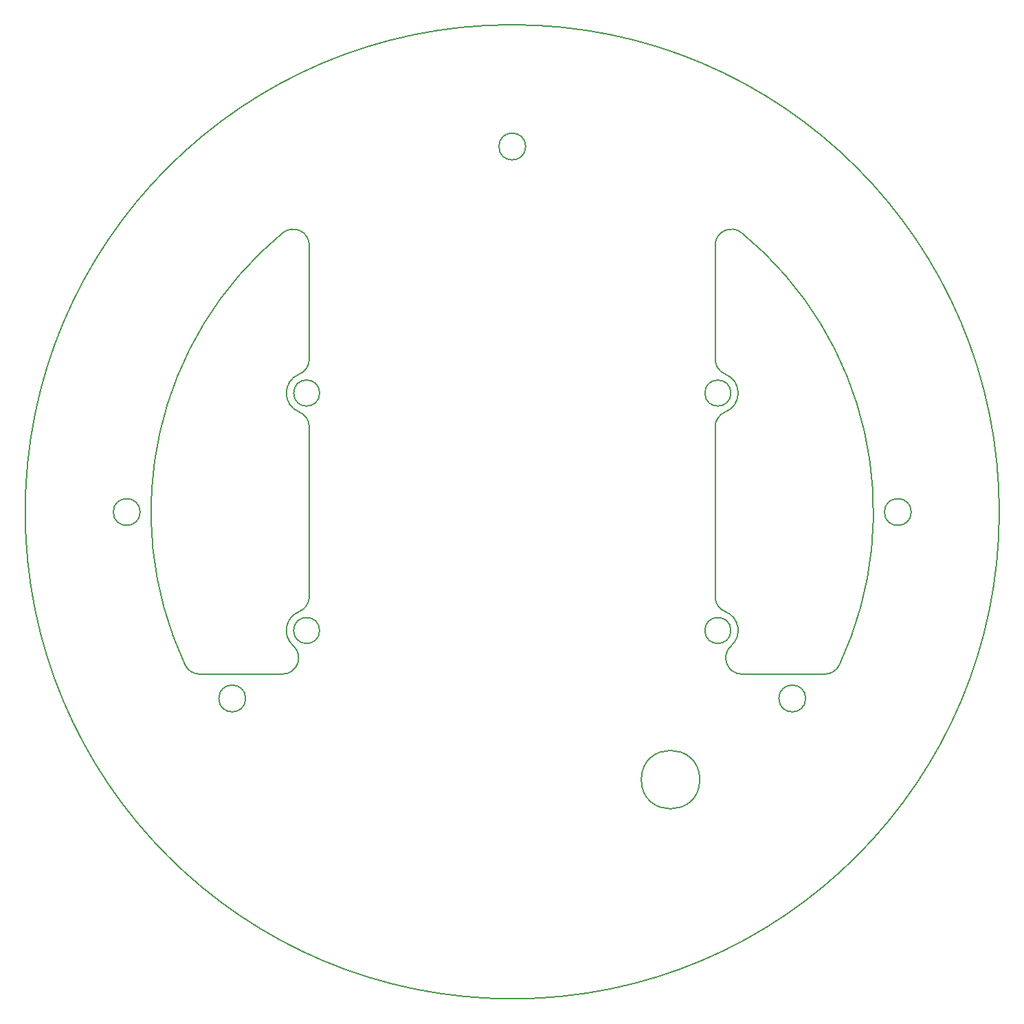
<source format=gbr>
%TF.GenerationSoftware,KiCad,Pcbnew,7.0.9*%
%TF.CreationDate,2024-07-26T16:53:17+09:00*%
%TF.ProjectId,IR_Borred,49525f42-6f72-4726-9564-2e6b69636164,rev?*%
%TF.SameCoordinates,Original*%
%TF.FileFunction,Profile,NP*%
%FSLAX46Y46*%
G04 Gerber Fmt 4.6, Leading zero omitted, Abs format (unit mm)*
G04 Created by KiCad (PCBNEW 7.0.9) date 2024-07-26 16:53:17*
%MOMM*%
%LPD*%
G01*
G04 APERTURE LIST*
%TA.AperFunction,Profile*%
%ADD10C,0.200000*%
%TD*%
G04 APERTURE END LIST*
D10*
X118735801Y-62456123D02*
X118735801Y-76473465D01*
X120004558Y-109902610D02*
G75*
G03*
X120004558Y-109902610I-1600000J0D01*
G01*
X169994124Y-82974339D02*
G75*
G03*
X169994131Y-78330864I-927124J2321739D01*
G01*
X115428088Y-115277584D02*
G75*
G03*
X116750963Y-111777610I12J1999984D01*
G01*
X182235801Y-115277610D02*
X172043514Y-115277610D01*
X110885801Y-118277610D02*
G75*
G03*
X110885801Y-118277610I-1650000J0D01*
G01*
X117477460Y-107580836D02*
G75*
G03*
X116750963Y-111777610I927140J-2321764D01*
G01*
X179885801Y-118277610D02*
G75*
G03*
X179885801Y-118277610I-1650000J0D01*
G01*
X115465213Y-60911583D02*
G75*
G03*
X103424036Y-114124669I28270587J-34366027D01*
G01*
X169994112Y-82974311D02*
G75*
G03*
X168735801Y-84831755I741688J-1857389D01*
G01*
X117477464Y-78330846D02*
G75*
G03*
X117477471Y-82974356I927136J-2321754D01*
G01*
X103424030Y-114124672D02*
G75*
G03*
X105235801Y-115277610I1811770J847072D01*
G01*
X172006400Y-60911570D02*
G75*
G03*
X168735801Y-62456123I-1270600J-1544530D01*
G01*
X170667044Y-109902610D02*
G75*
G03*
X170667044Y-109902610I-1600000J0D01*
G01*
X170720619Y-111777587D02*
G75*
G03*
X169994131Y-107580864I-1653619J1874987D01*
G01*
X168735803Y-76473465D02*
G75*
G03*
X169994131Y-78330863I2000097J65D01*
G01*
X97885810Y-95308318D02*
G75*
G03*
X97885810Y-95308318I-1650000J0D01*
G01*
X182235801Y-115277605D02*
G75*
G03*
X184047566Y-114124669I-1J2000005D01*
G01*
X168735801Y-76473465D02*
X168735801Y-62456123D01*
X118735842Y-84831755D02*
G75*
G03*
X117477471Y-82974358I-2000042J-45D01*
G01*
X166835801Y-128277610D02*
G75*
G03*
X166835801Y-128277610I-3600000J0D01*
G01*
X168735801Y-105723465D02*
X168735801Y-84831755D01*
X192885792Y-95308318D02*
G75*
G03*
X192885792Y-95308318I-1650000J0D01*
G01*
X168735803Y-105723465D02*
G75*
G03*
X169994131Y-107580863I2000097J65D01*
G01*
X170720621Y-111777590D02*
G75*
G03*
X172043514Y-115277610I1322879J-1500010D01*
G01*
X184047554Y-114124663D02*
G75*
G03*
X172006389Y-60911583I-40311754J18847063D01*
G01*
X117477483Y-78330893D02*
G75*
G03*
X118735801Y-76473465I-741683J1857393D01*
G01*
X118735801Y-84831755D02*
X118735801Y-105723465D01*
X145385801Y-50277609D02*
G75*
G03*
X145385801Y-50277609I-1650000J0D01*
G01*
X118735781Y-62456123D02*
G75*
G03*
X115465213Y-60911583I-1999981J23D01*
G01*
X115428088Y-115277610D02*
X105235801Y-115277610D01*
X120004558Y-80652610D02*
G75*
G03*
X120004558Y-80652610I-1600000J0D01*
G01*
X117477483Y-107580893D02*
G75*
G03*
X118735801Y-105723465I-741683J1857393D01*
G01*
X203735801Y-95277610D02*
G75*
G03*
X203735801Y-95277610I-60000000J0D01*
G01*
X170667044Y-80652610D02*
G75*
G03*
X170667044Y-80652610I-1600000J0D01*
G01*
M02*

</source>
